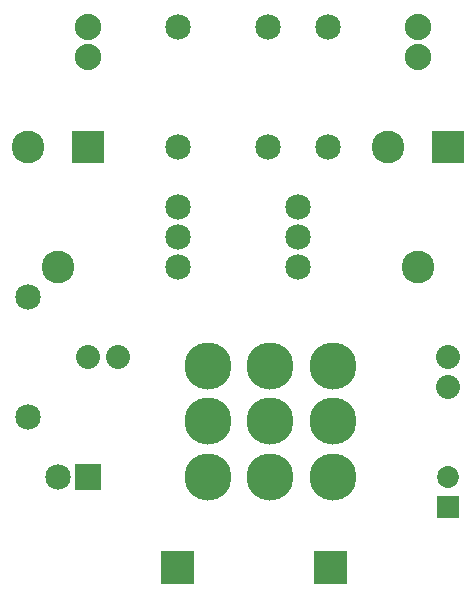
<source format=gbs>
G04 MADE WITH FRITZING*
G04 WWW.FRITZING.ORG*
G04 DOUBLE SIDED*
G04 HOLES PLATED*
G04 CONTOUR ON CENTER OF CONTOUR VECTOR*
%ASAXBY*%
%FSLAX23Y23*%
%MOIN*%
%OFA0B0*%
%SFA1.0B1.0*%
%ADD10C,0.157222*%
%ADD11C,0.088000*%
%ADD12C,0.072992*%
%ADD13C,0.110000*%
%ADD14C,0.085000*%
%ADD15C,0.080000*%
%ADD16C,0.109000*%
%ADD17R,0.072992X0.072992*%
%ADD18R,0.085000X0.085000*%
%ADD19R,0.109000X0.109000*%
%ADD20R,0.001000X0.001000*%
%LNMASK0*%
G90*
G70*
G54D10*
X1261Y499D03*
X1053Y499D03*
X844Y499D03*
X1261Y685D03*
X1053Y685D03*
X844Y685D03*
X1261Y870D03*
X1053Y870D03*
X844Y870D03*
X1261Y499D03*
X1053Y499D03*
X844Y499D03*
X1261Y685D03*
X1053Y685D03*
X844Y685D03*
X1261Y870D03*
X1053Y870D03*
X844Y870D03*
G54D11*
X1544Y1999D03*
X1544Y1899D03*
X444Y1999D03*
X444Y1899D03*
G54D12*
X1644Y400D03*
X1644Y499D03*
G54D13*
X744Y199D03*
X1254Y199D03*
G54D14*
X444Y499D03*
X344Y499D03*
X744Y1399D03*
X744Y1299D03*
X744Y1199D03*
G54D15*
X1644Y899D03*
X1644Y799D03*
G54D14*
X1244Y1999D03*
X1244Y1599D03*
X1044Y1599D03*
X1044Y1999D03*
X744Y1599D03*
X744Y1999D03*
X244Y699D03*
X244Y1099D03*
G54D15*
X444Y899D03*
X545Y899D03*
G54D16*
X244Y1599D03*
X444Y1599D03*
X344Y1199D03*
X1444Y1599D03*
X1644Y1599D03*
X1544Y1199D03*
G54D14*
X1144Y1399D03*
X1144Y1299D03*
X1144Y1199D03*
G54D17*
X1644Y400D03*
G54D18*
X444Y499D03*
G54D19*
X444Y1599D03*
X1644Y1599D03*
G54D20*
X691Y254D02*
X799Y254D01*
X1200Y254D02*
X1309Y254D01*
X690Y253D02*
X799Y253D01*
X1200Y253D02*
X1309Y253D01*
X690Y252D02*
X799Y252D01*
X1200Y252D02*
X1309Y252D01*
X690Y251D02*
X799Y251D01*
X1200Y251D02*
X1309Y251D01*
X690Y250D02*
X799Y250D01*
X1200Y250D02*
X1309Y250D01*
X690Y249D02*
X799Y249D01*
X1200Y249D02*
X1309Y249D01*
X690Y248D02*
X799Y248D01*
X1200Y248D02*
X1309Y248D01*
X690Y247D02*
X799Y247D01*
X1200Y247D02*
X1309Y247D01*
X690Y246D02*
X799Y246D01*
X1200Y246D02*
X1309Y246D01*
X690Y245D02*
X799Y245D01*
X1200Y245D02*
X1309Y245D01*
X690Y244D02*
X799Y244D01*
X1200Y244D02*
X1309Y244D01*
X690Y243D02*
X799Y243D01*
X1200Y243D02*
X1309Y243D01*
X690Y242D02*
X799Y242D01*
X1200Y242D02*
X1309Y242D01*
X690Y241D02*
X799Y241D01*
X1200Y241D02*
X1309Y241D01*
X690Y240D02*
X799Y240D01*
X1200Y240D02*
X1309Y240D01*
X690Y239D02*
X799Y239D01*
X1200Y239D02*
X1309Y239D01*
X690Y238D02*
X799Y238D01*
X1200Y238D02*
X1309Y238D01*
X690Y237D02*
X799Y237D01*
X1200Y237D02*
X1309Y237D01*
X690Y236D02*
X799Y236D01*
X1200Y236D02*
X1309Y236D01*
X690Y235D02*
X799Y235D01*
X1200Y235D02*
X1309Y235D01*
X690Y234D02*
X741Y234D01*
X748Y234D02*
X799Y234D01*
X1200Y234D02*
X1251Y234D01*
X1258Y234D02*
X1309Y234D01*
X690Y233D02*
X735Y233D01*
X754Y233D02*
X799Y233D01*
X1200Y233D02*
X1245Y233D01*
X1264Y233D02*
X1309Y233D01*
X690Y232D02*
X732Y232D01*
X757Y232D02*
X799Y232D01*
X1200Y232D02*
X1242Y232D01*
X1267Y232D02*
X1309Y232D01*
X690Y231D02*
X730Y231D01*
X760Y231D02*
X799Y231D01*
X1200Y231D02*
X1239Y231D01*
X1270Y231D02*
X1309Y231D01*
X690Y230D02*
X728Y230D01*
X762Y230D02*
X799Y230D01*
X1200Y230D02*
X1237Y230D01*
X1272Y230D02*
X1309Y230D01*
X690Y229D02*
X726Y229D01*
X764Y229D02*
X799Y229D01*
X1200Y229D02*
X1236Y229D01*
X1273Y229D02*
X1309Y229D01*
X690Y228D02*
X724Y228D01*
X765Y228D02*
X799Y228D01*
X1200Y228D02*
X1234Y228D01*
X1275Y228D02*
X1309Y228D01*
X690Y227D02*
X723Y227D01*
X766Y227D02*
X799Y227D01*
X1200Y227D02*
X1233Y227D01*
X1276Y227D02*
X1309Y227D01*
X690Y226D02*
X722Y226D01*
X768Y226D02*
X799Y226D01*
X1200Y226D02*
X1232Y226D01*
X1278Y226D02*
X1309Y226D01*
X690Y225D02*
X721Y225D01*
X769Y225D02*
X799Y225D01*
X1200Y225D02*
X1231Y225D01*
X1279Y225D02*
X1309Y225D01*
X690Y224D02*
X720Y224D01*
X770Y224D02*
X799Y224D01*
X1200Y224D02*
X1230Y224D01*
X1280Y224D02*
X1309Y224D01*
X690Y223D02*
X719Y223D01*
X771Y223D02*
X799Y223D01*
X1200Y223D02*
X1229Y223D01*
X1281Y223D02*
X1309Y223D01*
X690Y222D02*
X718Y222D01*
X772Y222D02*
X799Y222D01*
X1200Y222D02*
X1228Y222D01*
X1282Y222D02*
X1309Y222D01*
X690Y221D02*
X717Y221D01*
X773Y221D02*
X799Y221D01*
X1200Y221D02*
X1227Y221D01*
X1282Y221D02*
X1309Y221D01*
X690Y220D02*
X716Y220D01*
X773Y220D02*
X799Y220D01*
X1200Y220D02*
X1226Y220D01*
X1283Y220D02*
X1309Y220D01*
X690Y219D02*
X715Y219D01*
X774Y219D02*
X799Y219D01*
X1200Y219D02*
X1225Y219D01*
X1284Y219D02*
X1309Y219D01*
X690Y218D02*
X715Y218D01*
X775Y218D02*
X799Y218D01*
X1200Y218D02*
X1225Y218D01*
X1285Y218D02*
X1309Y218D01*
X690Y217D02*
X714Y217D01*
X775Y217D02*
X799Y217D01*
X1200Y217D02*
X1224Y217D01*
X1285Y217D02*
X1309Y217D01*
X690Y216D02*
X714Y216D01*
X776Y216D02*
X799Y216D01*
X1200Y216D02*
X1223Y216D01*
X1286Y216D02*
X1309Y216D01*
X690Y215D02*
X713Y215D01*
X777Y215D02*
X799Y215D01*
X1200Y215D02*
X1223Y215D01*
X1286Y215D02*
X1309Y215D01*
X690Y214D02*
X713Y214D01*
X777Y214D02*
X799Y214D01*
X1200Y214D02*
X1222Y214D01*
X1287Y214D02*
X1309Y214D01*
X690Y213D02*
X712Y213D01*
X777Y213D02*
X799Y213D01*
X1200Y213D02*
X1222Y213D01*
X1287Y213D02*
X1309Y213D01*
X690Y212D02*
X712Y212D01*
X778Y212D02*
X799Y212D01*
X1200Y212D02*
X1222Y212D01*
X1288Y212D02*
X1309Y212D01*
X690Y211D02*
X711Y211D01*
X778Y211D02*
X799Y211D01*
X1200Y211D02*
X1221Y211D01*
X1288Y211D02*
X1309Y211D01*
X690Y210D02*
X711Y210D01*
X779Y210D02*
X799Y210D01*
X1200Y210D02*
X1221Y210D01*
X1288Y210D02*
X1309Y210D01*
X690Y209D02*
X711Y209D01*
X779Y209D02*
X799Y209D01*
X1200Y209D02*
X1220Y209D01*
X1289Y209D02*
X1309Y209D01*
X690Y208D02*
X710Y208D01*
X779Y208D02*
X799Y208D01*
X1200Y208D02*
X1220Y208D01*
X1289Y208D02*
X1309Y208D01*
X690Y207D02*
X710Y207D01*
X779Y207D02*
X799Y207D01*
X1200Y207D02*
X1220Y207D01*
X1289Y207D02*
X1309Y207D01*
X690Y206D02*
X710Y206D01*
X780Y206D02*
X799Y206D01*
X1200Y206D02*
X1220Y206D01*
X1289Y206D02*
X1309Y206D01*
X690Y205D02*
X710Y205D01*
X780Y205D02*
X799Y205D01*
X1200Y205D02*
X1220Y205D01*
X1290Y205D02*
X1309Y205D01*
X690Y204D02*
X710Y204D01*
X780Y204D02*
X799Y204D01*
X1200Y204D02*
X1219Y204D01*
X1290Y204D02*
X1309Y204D01*
X690Y203D02*
X709Y203D01*
X780Y203D02*
X799Y203D01*
X1200Y203D02*
X1219Y203D01*
X1290Y203D02*
X1309Y203D01*
X690Y202D02*
X709Y202D01*
X780Y202D02*
X799Y202D01*
X1200Y202D02*
X1219Y202D01*
X1290Y202D02*
X1309Y202D01*
X690Y201D02*
X709Y201D01*
X780Y201D02*
X799Y201D01*
X1200Y201D02*
X1219Y201D01*
X1290Y201D02*
X1309Y201D01*
X690Y200D02*
X709Y200D01*
X780Y200D02*
X799Y200D01*
X1200Y200D02*
X1219Y200D01*
X1290Y200D02*
X1309Y200D01*
X690Y199D02*
X709Y199D01*
X780Y199D02*
X799Y199D01*
X1200Y199D02*
X1219Y199D01*
X1290Y199D02*
X1309Y199D01*
X690Y198D02*
X709Y198D01*
X780Y198D02*
X799Y198D01*
X1200Y198D02*
X1219Y198D01*
X1290Y198D02*
X1309Y198D01*
X690Y197D02*
X709Y197D01*
X780Y197D02*
X799Y197D01*
X1200Y197D02*
X1219Y197D01*
X1290Y197D02*
X1309Y197D01*
X690Y196D02*
X709Y196D01*
X780Y196D02*
X799Y196D01*
X1200Y196D02*
X1219Y196D01*
X1290Y196D02*
X1309Y196D01*
X690Y195D02*
X710Y195D01*
X780Y195D02*
X799Y195D01*
X1200Y195D02*
X1219Y195D01*
X1290Y195D02*
X1309Y195D01*
X690Y194D02*
X710Y194D01*
X780Y194D02*
X799Y194D01*
X1200Y194D02*
X1220Y194D01*
X1290Y194D02*
X1309Y194D01*
X690Y193D02*
X710Y193D01*
X780Y193D02*
X799Y193D01*
X1200Y193D02*
X1220Y193D01*
X1290Y193D02*
X1309Y193D01*
X690Y192D02*
X710Y192D01*
X780Y192D02*
X799Y192D01*
X1200Y192D02*
X1220Y192D01*
X1289Y192D02*
X1309Y192D01*
X690Y191D02*
X710Y191D01*
X779Y191D02*
X799Y191D01*
X1200Y191D02*
X1220Y191D01*
X1289Y191D02*
X1309Y191D01*
X690Y190D02*
X710Y190D01*
X779Y190D02*
X799Y190D01*
X1200Y190D02*
X1220Y190D01*
X1289Y190D02*
X1309Y190D01*
X690Y189D02*
X711Y189D01*
X779Y189D02*
X799Y189D01*
X1200Y189D02*
X1221Y189D01*
X1289Y189D02*
X1309Y189D01*
X690Y188D02*
X711Y188D01*
X778Y188D02*
X799Y188D01*
X1200Y188D02*
X1221Y188D01*
X1288Y188D02*
X1309Y188D01*
X690Y187D02*
X711Y187D01*
X778Y187D02*
X799Y187D01*
X1200Y187D02*
X1221Y187D01*
X1288Y187D02*
X1309Y187D01*
X690Y186D02*
X712Y186D01*
X778Y186D02*
X799Y186D01*
X1200Y186D02*
X1222Y186D01*
X1288Y186D02*
X1309Y186D01*
X690Y185D02*
X712Y185D01*
X777Y185D02*
X799Y185D01*
X1200Y185D02*
X1222Y185D01*
X1287Y185D02*
X1309Y185D01*
X690Y184D02*
X713Y184D01*
X777Y184D02*
X799Y184D01*
X1200Y184D02*
X1223Y184D01*
X1287Y184D02*
X1309Y184D01*
X690Y183D02*
X713Y183D01*
X776Y183D02*
X799Y183D01*
X1200Y183D02*
X1223Y183D01*
X1286Y183D02*
X1309Y183D01*
X690Y182D02*
X714Y182D01*
X776Y182D02*
X799Y182D01*
X1200Y182D02*
X1224Y182D01*
X1286Y182D02*
X1309Y182D01*
X690Y181D02*
X714Y181D01*
X775Y181D02*
X799Y181D01*
X1200Y181D02*
X1224Y181D01*
X1285Y181D02*
X1309Y181D01*
X690Y180D02*
X715Y180D01*
X775Y180D02*
X799Y180D01*
X1200Y180D02*
X1225Y180D01*
X1284Y180D02*
X1309Y180D01*
X690Y179D02*
X716Y179D01*
X774Y179D02*
X799Y179D01*
X1200Y179D02*
X1225Y179D01*
X1284Y179D02*
X1309Y179D01*
X690Y178D02*
X716Y178D01*
X773Y178D02*
X799Y178D01*
X1200Y178D02*
X1226Y178D01*
X1283Y178D02*
X1309Y178D01*
X690Y177D02*
X717Y177D01*
X772Y177D02*
X799Y177D01*
X1200Y177D02*
X1227Y177D01*
X1282Y177D02*
X1309Y177D01*
X690Y176D02*
X718Y176D01*
X771Y176D02*
X799Y176D01*
X1200Y176D02*
X1228Y176D01*
X1281Y176D02*
X1309Y176D01*
X690Y175D02*
X719Y175D01*
X771Y175D02*
X799Y175D01*
X1200Y175D02*
X1229Y175D01*
X1280Y175D02*
X1309Y175D01*
X690Y174D02*
X720Y174D01*
X770Y174D02*
X799Y174D01*
X1200Y174D02*
X1230Y174D01*
X1279Y174D02*
X1309Y174D01*
X690Y173D02*
X721Y173D01*
X768Y173D02*
X799Y173D01*
X1200Y173D02*
X1231Y173D01*
X1278Y173D02*
X1309Y173D01*
X690Y172D02*
X722Y172D01*
X767Y172D02*
X799Y172D01*
X1200Y172D02*
X1232Y172D01*
X1277Y172D02*
X1309Y172D01*
X690Y171D02*
X723Y171D01*
X766Y171D02*
X799Y171D01*
X1200Y171D02*
X1233Y171D01*
X1276Y171D02*
X1309Y171D01*
X690Y170D02*
X725Y170D01*
X765Y170D02*
X799Y170D01*
X1200Y170D02*
X1235Y170D01*
X1275Y170D02*
X1309Y170D01*
X690Y169D02*
X726Y169D01*
X763Y169D02*
X799Y169D01*
X1200Y169D02*
X1236Y169D01*
X1273Y169D02*
X1309Y169D01*
X690Y168D02*
X728Y168D01*
X761Y168D02*
X799Y168D01*
X1200Y168D02*
X1238Y168D01*
X1271Y168D02*
X1309Y168D01*
X690Y167D02*
X730Y167D01*
X759Y167D02*
X799Y167D01*
X1200Y167D02*
X1240Y167D01*
X1269Y167D02*
X1309Y167D01*
X690Y166D02*
X733Y166D01*
X757Y166D02*
X799Y166D01*
X1200Y166D02*
X1243Y166D01*
X1267Y166D02*
X1309Y166D01*
X690Y165D02*
X736Y165D01*
X753Y165D02*
X799Y165D01*
X1200Y165D02*
X1246Y165D01*
X1263Y165D02*
X1309Y165D01*
X690Y164D02*
X799Y164D01*
X1200Y164D02*
X1309Y164D01*
X690Y163D02*
X799Y163D01*
X1200Y163D02*
X1309Y163D01*
X690Y162D02*
X799Y162D01*
X1200Y162D02*
X1309Y162D01*
X690Y161D02*
X799Y161D01*
X1200Y161D02*
X1309Y161D01*
X690Y160D02*
X799Y160D01*
X1200Y160D02*
X1309Y160D01*
X690Y159D02*
X799Y159D01*
X1200Y159D02*
X1309Y159D01*
X690Y158D02*
X799Y158D01*
X1200Y158D02*
X1309Y158D01*
X690Y157D02*
X799Y157D01*
X1200Y157D02*
X1309Y157D01*
X690Y156D02*
X799Y156D01*
X1200Y156D02*
X1309Y156D01*
X690Y155D02*
X799Y155D01*
X1200Y155D02*
X1309Y155D01*
X690Y154D02*
X799Y154D01*
X1200Y154D02*
X1309Y154D01*
X690Y153D02*
X799Y153D01*
X1200Y153D02*
X1309Y153D01*
X690Y152D02*
X799Y152D01*
X1200Y152D02*
X1309Y152D01*
X690Y151D02*
X799Y151D01*
X1200Y151D02*
X1309Y151D01*
X690Y150D02*
X799Y150D01*
X1200Y150D02*
X1309Y150D01*
X690Y149D02*
X799Y149D01*
X1200Y149D02*
X1309Y149D01*
X690Y148D02*
X799Y148D01*
X1200Y148D02*
X1309Y148D01*
X690Y147D02*
X799Y147D01*
X1200Y147D02*
X1309Y147D01*
X690Y146D02*
X799Y146D01*
X1200Y146D02*
X1309Y146D01*
X690Y145D02*
X799Y145D01*
X1200Y145D02*
X1309Y145D01*
D02*
G04 End of Mask0*
M02*
</source>
